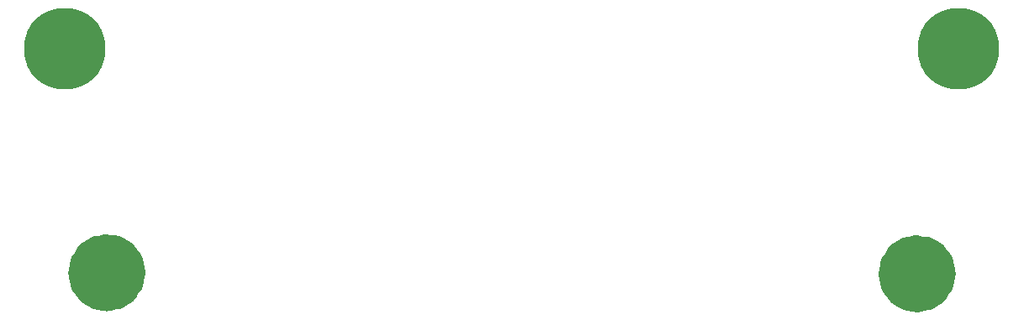
<source format=gts>
G04*
G04 #@! TF.GenerationSoftware,Altium Limited,Altium Designer,19.1.5 (86)*
G04*
G04 Layer_Color=8388736*
%FSLAX44Y44*%
%MOMM*%
G71*
G01*
G75*
%ADD10C,4.0000*%
%ADD11C,8.2032*%
D10*
X1611000Y734000D02*
G03*
X1611000Y734000I-19000J0D01*
G01*
X2427000Y733000D02*
G03*
X2427000Y733000I-19000J0D01*
G01*
D11*
X2450000Y960000D02*
D03*
X1550000D02*
D03*
M02*

</source>
